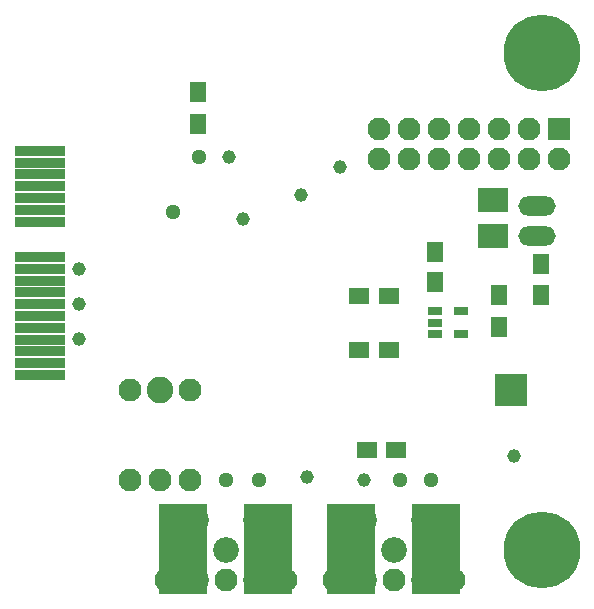
<source format=gbs>
G04 #@! TF.FileFunction,Soldermask,Bot*
%FSLAX46Y46*%
G04 Gerber Fmt 4.6, Leading zero omitted, Abs format (unit mm)*
G04 Created by KiCad (PCBNEW 4.0.1-3.201512221402+6198~38~ubuntu14.04.1-stable) date Tue 26 Jan 2016 10:17:27 AM EST*
%MOMM*%
G01*
G04 APERTURE LIST*
%ADD10C,0.100000*%
%ADD11R,1.952400X1.952400*%
%ADD12C,1.952400*%
%ADD13R,4.352400X0.852400*%
%ADD14C,2.252400*%
%ADD15R,1.652400X1.402400*%
%ADD16R,1.212400X0.802400*%
%ADD17C,1.295400*%
%ADD18R,1.402400X1.652400*%
%ADD19O,3.167380X1.658620*%
%ADD20R,4.112400X7.696200*%
%ADD21C,2.184400*%
%ADD22R,2.651760X2.103120*%
%ADD23R,1.452400X1.652400*%
%ADD24R,2.692400X2.692400*%
%ADD25C,6.502400*%
%ADD26C,1.168400*%
G04 APERTURE END LIST*
D10*
D11*
X47480000Y-10404000D03*
D12*
X44940000Y-10404000D03*
X42400000Y-10404000D03*
X39860000Y-10404000D03*
X37320000Y-10404000D03*
X34780000Y-10404000D03*
X47480000Y-12944000D03*
X44940000Y-12944000D03*
X42400000Y-12944000D03*
X39860000Y-12944000D03*
X37320000Y-12944000D03*
X34780000Y-12944000D03*
X32240000Y-12944000D03*
X32240000Y-10404000D03*
D13*
X3550000Y-31200000D03*
X3550000Y-30200000D03*
X3550000Y-29200000D03*
X3550000Y-28200000D03*
X3550000Y-27200000D03*
X3550000Y-26200000D03*
X3550000Y-25200000D03*
X3550000Y-24200000D03*
X3550000Y-23200000D03*
X3550000Y-22200000D03*
X3550000Y-21200000D03*
X3550000Y-18200000D03*
X3550000Y-17200000D03*
X3550000Y-16200000D03*
X3550000Y-15200000D03*
X3550000Y-14200000D03*
X3550000Y-13200000D03*
X3550000Y-12200000D03*
D12*
X13698000Y-40122000D03*
X16238000Y-32502000D03*
D14*
X13698000Y-32502000D03*
D12*
X11158000Y-32502000D03*
X11158000Y-40122000D03*
X16238000Y-40122000D03*
D15*
X33083600Y-29098400D03*
X30583600Y-29098400D03*
X33083600Y-24526400D03*
X30583600Y-24526400D03*
D16*
X37032800Y-27711600D03*
X37032800Y-26761600D03*
X37032800Y-25811600D03*
X39232800Y-25811600D03*
X39232800Y-27711600D03*
D17*
X36685000Y-40122000D03*
X22080000Y-40122000D03*
X19286000Y-40122000D03*
X34018000Y-40122000D03*
X14841000Y-17389000D03*
D18*
X37015200Y-23287200D03*
X37015200Y-20787200D03*
D19*
X45600400Y-19395600D03*
X45600400Y-16855600D03*
D12*
X28430000Y-48567500D03*
X38590000Y-48567500D03*
D20*
X37130000Y-45925900D03*
X29890000Y-45925900D03*
D21*
X30970000Y-48567500D03*
X36050000Y-48567500D03*
D12*
X33510000Y-48567500D03*
D21*
X36050000Y-43487500D03*
X30970000Y-43487500D03*
X33510000Y-46027500D03*
D12*
X14206000Y-48567500D03*
X24366000Y-48567500D03*
D20*
X22906000Y-45925900D03*
X15666000Y-45925900D03*
D21*
X16746000Y-48567500D03*
X21826000Y-48567500D03*
D12*
X19286000Y-48567500D03*
D21*
X21826000Y-43487500D03*
X16746000Y-43487500D03*
X19286000Y-46027500D03*
D22*
X41942800Y-16398400D03*
X41942800Y-19446400D03*
D23*
X16949200Y-9925200D03*
X16949200Y-7225200D03*
X42400000Y-24421000D03*
X42400000Y-27121000D03*
X45956000Y-24454000D03*
X45956000Y-21754000D03*
D15*
X31244000Y-37582000D03*
X33744000Y-37582000D03*
D24*
X43416000Y-32502000D03*
D25*
X46049980Y-3899060D03*
X46049980Y-45999560D03*
D26*
X26144000Y-39868000D03*
X25636000Y-15992000D03*
D17*
X17000000Y-12740800D03*
D26*
X6850000Y-25200000D03*
X6840000Y-28184000D03*
X6850000Y-22200000D03*
X30970000Y-40122000D03*
X19540000Y-12740800D03*
X28938000Y-13579000D03*
X20708400Y-17973200D03*
X43670000Y-38090000D03*
M02*

</source>
